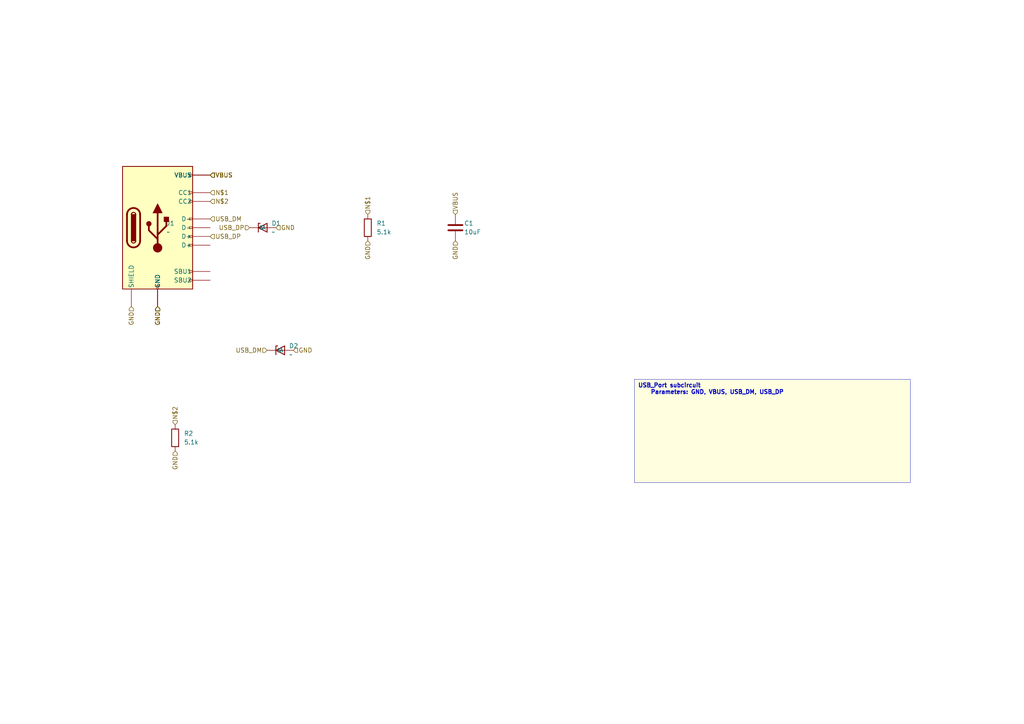
<source format=kicad_sch>
(kicad_sch (version 20250114) (generator "circuit_synth") (generator_version 9.0)
  (paper A4)
  (paper A4)
  (lib_symbols
    (symbol "Connector:USB_C_Receptacle_USB2.0_16P" (pin_numbers hide) (pin_names (offset 0.254))
      (property "Reference" "{'value': 'J', 'position': {'x': 0.0, 'y': 22.225, 'rotation': 0.0}, 'effects': {'font_size': [1.27, 1.27]}}" (at 0.0 0.0 0))
      (property "Value" "{'value': 'USB_C_Receptacle_USB2.0_16P', 'position': {'x': 0.0, 'y': 19.685, 'rotation': 0.0}, 'effects': {'font_size': [1.27, 1.27]}}" (at 0.0 0.0 0))
      (symbol "USB_C_Receptacle_USB2.0_16P_0_1"
        (rectangle (start -0.254 -17.78) (end 0.254 -16.764) (stroke (width 0.0)))
        (rectangle (start 10.16 15.494) (end 9.144 14.986) (stroke (width 0.0)))
        (rectangle (start 10.16 10.414) (end 9.144 9.906) (stroke (width 0.0)))
        (rectangle (start 10.16 7.874) (end 9.144 7.366) (stroke (width 0.0)))
        (rectangle (start 10.16 2.794) (end 9.144 2.286) (stroke (width 0.0)))
        (rectangle (start 10.16 0.254) (end 9.144 -0.254) (stroke (width 0.0)))
        (rectangle (start 10.16 -2.286) (end 9.144 -2.794) (stroke (width 0.0)))
        (rectangle (start 10.16 -4.826) (end 9.144 -5.334) (stroke (width 0.0)))
        (rectangle (start 10.16 -12.446) (end 9.144 -12.954) (stroke (width 0.0)))
        (rectangle (start 10.16 -14.986) (end 9.144 -15.494) (stroke (width 0.0)))
        (rectangle (start -10.16 17.78) (end 10.16 -17.78) (stroke (width 0.254)) (fill (type background)))
        (polyline (pts (xy -8.89 -3.81) (xy -8.89 3.81)) (stroke (width 0.508)))
        (rectangle (start -7.62 -3.81) (end -6.35 3.81) (stroke (width 0.254)) (fill (type outline)))
        (arc (start -7.62 3.81) (mid -6.985 4.4423) (end -6.35 3.81) (stroke (width 0.254)))
        (arc (start -7.62 3.81) (mid -6.985 4.4423) (end -6.35 3.81) (stroke (width 0.254)))
        (arc (start -8.89 3.81) (mid -6.985 5.7067) (end -5.08 3.81) (stroke (width 0.508)))
        (arc (start -5.08 -3.81) (mid -6.985 -5.7067) (end -8.89 -3.81) (stroke (width 0.508)))
        (arc (start -6.35 -3.81) (mid -6.985 -4.4423) (end -7.62 -3.81) (stroke (width 0.254)))
        (arc (start -6.35 -3.81) (mid -6.985 -4.4423) (end -7.62 -3.81) (stroke (width 0.254)))
        (polyline (pts (xy -5.08 3.81) (xy -5.08 -3.81)) (stroke (width 0.508)))
        (circle (center -2.54 1.143) (radius 0.635) (stroke (width 0.254)) (fill (type outline)))
        (polyline (pts (xy -1.27 4.318) (xy 0.0 6.858) (xy 1.27 4.318) (xy -1.27 4.318)) (stroke (width 0.254)) (fill (type outline)))
        (polyline (pts (xy 0.0 -2.032) (xy 2.54 0.508) (xy 2.54 1.778)) (stroke (width 0.508)))
        (polyline (pts (xy 0.0 -3.302) (xy -2.54 -0.762) (xy -2.54 0.508)) (stroke (width 0.508)))
        (polyline (pts (xy 0.0 -5.842) (xy 0.0 4.318)) (stroke (width 0.508)))
        (circle (center 0.0 -5.842) (radius 1.27) (stroke (width 0.0)) (fill (type outline)))
        (rectangle (start 1.905 1.778) (end 3.175 3.048) (stroke (width 0.254)) (fill (type outline)))
      )
      (symbol "USB_C_Receptacle_USB2.0_16P_1_1"
        (pin passive line (at -7.62 -22.86 90) (length 5.08) (name SHIELD) (number S1))
        (pin passive line (at 0.0 -22.86 90) (length 5.08) (name GND) (number A1))
        (pin passive line (at 0.0 -22.86 90) (length 5.08) (name GND) (number A12))
        (pin passive line (at 0.0 -22.86 90) (length 5.08) (name GND) (number B1))
        (pin passive line (at 0.0 -22.86 90) (length 5.08) (name GND) (number B12))
        (pin passive line (at 15.24 15.24 180) (length 5.08) (name VBUS) (number A4))
        (pin passive line (at 15.24 15.24 180) (length 5.08) (name VBUS) (number A9))
        (pin passive line (at 15.24 15.24 180) (length 5.08) (name VBUS) (number B4))
        (pin passive line (at 15.24 15.24 180) (length 5.08) (name VBUS) (number B9))
        (pin bidirectional line (at 15.24 10.16 180) (length 5.08) (name CC1) (number A5))
        (pin bidirectional line (at 15.24 7.62 180) (length 5.08) (name CC2) (number B5))
        (pin bidirectional line (at 15.24 2.54 180) (length 5.08) (name D-) (number A7))
        (pin bidirectional line (at 15.24 0.0 180) (length 5.08) (name D-) (number B7))
        (pin bidirectional line (at 15.24 -2.54 180) (length 5.08) (name D+) (number A6))
        (pin bidirectional line (at 15.24 -5.08 180) (length 5.08) (name D+) (number B6))
        (pin bidirectional line (at 15.24 -12.7 180) (length 5.08) (name SBU1) (number A8))
        (pin bidirectional line (at 15.24 -15.24 180) (length 5.08) (name SBU2) (number B8))
      )
    )
    (symbol "Device:C" (pin_numbers hide) (pin_names (offset 0.254))
      (property "Reference" "{'value': 'C', 'position': {'x': 0.635, 'y': 2.54, 'rotation': 0.0}, 'effects': {'font_size': [1.27, 1.27], 'justify': ['left']}}" (at 0.0 0.0 0))
      (property "Value" "{'value': 'C', 'position': {'x': 0.635, 'y': -2.54, 'rotation': 0.0}, 'effects': {'font_size': [1.27, 1.27], 'justify': ['left']}}" (at 0.0 0.0 0))
      (symbol "C_0_1"
        (polyline (pts (xy -2.032 0.762) (xy 2.032 0.762)) (stroke (width 0.508)))
        (polyline (pts (xy -2.032 -0.762) (xy 2.032 -0.762)) (stroke (width 0.508)))
      )
      (symbol "C_1_1"
        (pin passive line (at 0.0 3.81 270) (length 2.794) (name ~) (number "1"))
        (pin passive line (at 0.0 -3.81 90) (length 2.794) (name ~) (number "2"))
      )
    )
    (symbol "Device:R" (pin_numbers hide) (pin_names (offset 0.254))
      (property "Reference" "{'value': 'R', 'position': {'x': 2.032, 'y': 0.0, 'rotation': 90.0}, 'effects': {'font_size': [1.27, 1.27]}}" (at 0.0 0.0 0))
      (property "Value" "{'value': 'R', 'position': {'x': 0.0, 'y': 0.0, 'rotation': 90.0}, 'effects': {'font_size': [1.27, 1.27]}}" (at 0.0 0.0 0))
      (symbol "R_0_1"
        (rectangle (start -1.016 -2.54) (end 1.016 2.54) (stroke (width 0.254)))
      )
      (symbol "R_1_1"
        (pin passive line (at 0.0 3.81 270) (length 1.27) (name ~) (number "1"))
        (pin passive line (at 0.0 -3.81 90) (length 1.27) (name ~) (number "2"))
      )
    )
    (symbol "Diode:ESD5Zxx" (pin_numbers hide) (pin_names (offset 0.254))
      (property "Reference" "{'value': 'D', 'position': {'x': 0.0, 'y': 2.54, 'rotation': 0.0}, 'effects': {'font_size': [1.27, 1.27]}}" (at 0.0 0.0 0))
      (property "Value" "{'value': 'ESD5Zxx', 'position': {'x': 0.0, 'y': -2.54, 'rotation': 0.0}, 'effects': {'font_size': [1.27, 1.27]}}" (at 0.0 0.0 0))
      (symbol "ESD5Zxx_0_1"
        (polyline (pts (xy -1.27 -1.27) (xy -1.27 1.27) (xy -0.762 1.27)) (stroke (width 0.254)))
        (polyline (pts (xy 1.27 0.0) (xy -1.27 0.0)) (stroke (width 0.0)))
        (polyline (pts (xy 1.27 -1.27) (xy 1.27 1.27) (xy -1.27 0.0) (xy 1.27 -1.27)) (stroke (width 0.254)))
      )
      (symbol "ESD5Zxx_1_1"
        (pin passive line (at -3.81 0.0 0) (length 2.54) (name K) (number "1"))
        (pin passive line (at 3.81 0.0 180) (length 2.54) (name A) (number "2"))
      )
    )
  )
  (title_block (title USB_Port) (date 2025-08-02) (company Circuit-Synth))
  (symbol (lib_id Device:C) (at 132.08 66.04 0)
    (property "Reference" "C1" (at 134.62 64.77000000000001 0) (effects (justify left)))
    (property "Value" "10uF" (at 134.62 67.31 0) (effects (justify left)))
    (property "Footprint" "Capacitor_SMD:C_0805_2012Metric" (effects (hide yes)))
    (instances (project "circuit" (path "" (reference C1) (unit 1))) (project "ESP32_C6_Dev_Board_generated" (path "" (reference C1) (unit 1))))
  )
  (symbol (lib_id Diode:ESD5Zxx) (at 76.2 66.04 0)
    (property "Reference" "D1" (at 78.74000000000001 64.77000000000001 0) (effects (justify left)))
    (property "Value" "~" (at 78.74000000000001 67.31 0) (effects (justify left)))
    (property "Footprint" "Diode_SMD:D_SOD-523" (effects (hide yes)))
    (instances (project "circuit" (path "" (reference D1) (unit 1))) (project "ESP32_C6_Dev_Board_generated" (path "" (reference D1) (unit 1))))
  )
  (symbol (lib_id Diode:ESD5Zxx) (at 81.28 101.6 0)
    (property "Reference" "D2" (at 83.82000000000001 100.33 0) (effects (justify left)))
    (property "Value" "~" (at 83.82000000000001 102.86999999999999 0) (effects (justify left)))
    (property "Footprint" "Diode_SMD:D_SOD-523" (effects (hide yes)))
    (instances (project "circuit" (path "" (reference D2) (unit 1))) (project "ESP32_C6_Dev_Board_generated" (path "" (reference D2) (unit 1))))
  )
  (symbol (lib_id Connector:USB_C_Receptacle_USB2.0_16P) (at 45.72 66.04 0)
    (property "Reference" "J1" (at 48.26 64.77000000000001 0) (effects (justify left)))
    (property "Value" "~" (at 48.26 67.31 0) (effects (justify left)))
    (property "Footprint" "Connector_USB:USB_C_Receptacle_GCT_USB4105-xx-A_16P_TopMnt_Horizontal" (effects (hide yes)))
    (instances (project "circuit" (path "" (reference J1) (unit 1))) (project "ESP32_C6_Dev_Board_generated" (path "" (reference J1) (unit 1))))
  )
  (symbol (lib_id Device:R) (at 106.68 66.04 0)
    (property "Reference" "R1" (at 109.22000000000001 64.77000000000001 0) (effects (justify left)))
    (property "Value" "5.1k" (at 109.22000000000001 67.31 0) (effects (justify left)))
    (property "Footprint" "Resistor_SMD:R_0603_1608Metric" (effects (hide yes)))
    (instances (project "circuit" (path "" (reference R1) (unit 1))) (project "ESP32_C6_Dev_Board_generated" (path "" (reference R1) (unit 1))))
  )
  (symbol (lib_id Device:R) (at 50.8 127.0 0)
    (property "Reference" "R2" (at 53.339999999999996 125.73 0) (effects (justify left)))
    (property "Value" "5.1k" (at 53.339999999999996 128.27 0) (effects (justify left)))
    (property "Footprint" "Resistor_SMD:R_0603_1608Metric" (effects (hide yes)))
    (instances (project "circuit" (path "" (reference R2) (unit 1))) (project "ESP32_C6_Dev_Board_generated" (path "" (reference R2) (unit 1))))
  )
  (hierarchical_label VBUS (shape input) (at 132.08 62.230000000000004 90))
  (hierarchical_label VBUS (shape input) (at 60.96 50.800000000000004 0))
  (hierarchical_label VBUS (shape input) (at 60.96 50.800000000000004 0))
  (hierarchical_label VBUS (shape input) (at 60.96 50.800000000000004 0))
  (hierarchical_label VBUS (shape input) (at 60.96 50.800000000000004 0))
  (hierarchical_label GND (shape input) (at 132.08 69.85000000000001 270))
  (hierarchical_label GND (shape input) (at 80.01 66.04 0))
  (hierarchical_label GND (shape input) (at 85.09 101.6 0))
  (hierarchical_label GND (shape input) (at 38.1 88.9 270))
  (hierarchical_label GND (shape input) (at 45.72 88.9 270))
  (hierarchical_label GND (shape input) (at 45.72 88.9 270))
  (hierarchical_label GND (shape input) (at 45.72 88.9 270))
  (hierarchical_label GND (shape input) (at 45.72 88.9 270))
  (hierarchical_label GND (shape input) (at 106.68 69.85000000000001 270))
  (hierarchical_label GND (shape input) (at 50.8 130.81 270))
  (hierarchical_label USB_DP (shape input) (at 72.39 66.04 180))
  (hierarchical_label USB_DP (shape input) (at 60.96 68.58000000000001 0))
  (hierarchical_label USB_DM (shape input) (at 77.47 101.6 180))
  (hierarchical_label USB_DM (shape input) (at 60.96 63.50000000000001 0))
  (hierarchical_label N$1 (shape input) (at 60.96 55.88000000000001 0))
  (hierarchical_label N$1 (shape input) (at 106.68 62.230000000000004 90))
  (hierarchical_label N$2 (shape input) (at 60.96 58.42000000000001 0))
  (hierarchical_label N$2 (shape input) (at 50.8 123.19 90))
  (text_box "USB_Port subcircuit\n    Parameters: GND, VBUS, USB_DM, USB_DP" (exclude_from_sim yes) (at 184.0 110.0 0) (size 80.0 30.0) (margins 1.0 1.0 1.0 1.0) (stroke (width 0.1)) (fill (type color) (color 255 255 224 1)) (effects (font (size 1.2 1.2) (thickness 0.254)) (justify left top)))
)
</source>
